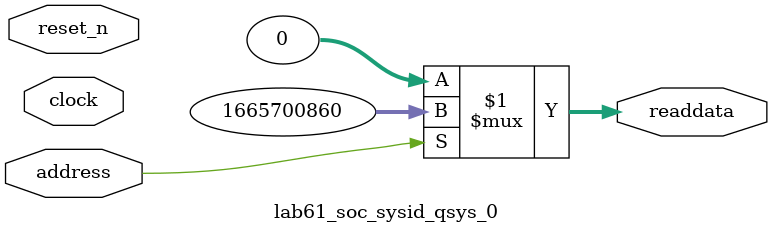
<source format=v>



// synthesis translate_off
`timescale 1ns / 1ps
// synthesis translate_on

// turn off superfluous verilog processor warnings 
// altera message_level Level1 
// altera message_off 10034 10035 10036 10037 10230 10240 10030 

module lab61_soc_sysid_qsys_0 (
               // inputs:
                address,
                clock,
                reset_n,

               // outputs:
                readdata
             )
;

  output  [ 31: 0] readdata;
  input            address;
  input            clock;
  input            reset_n;

  wire    [ 31: 0] readdata;
  //control_slave, which is an e_avalon_slave
  assign readdata = address ? 1665700860 : 0;

endmodule



</source>
